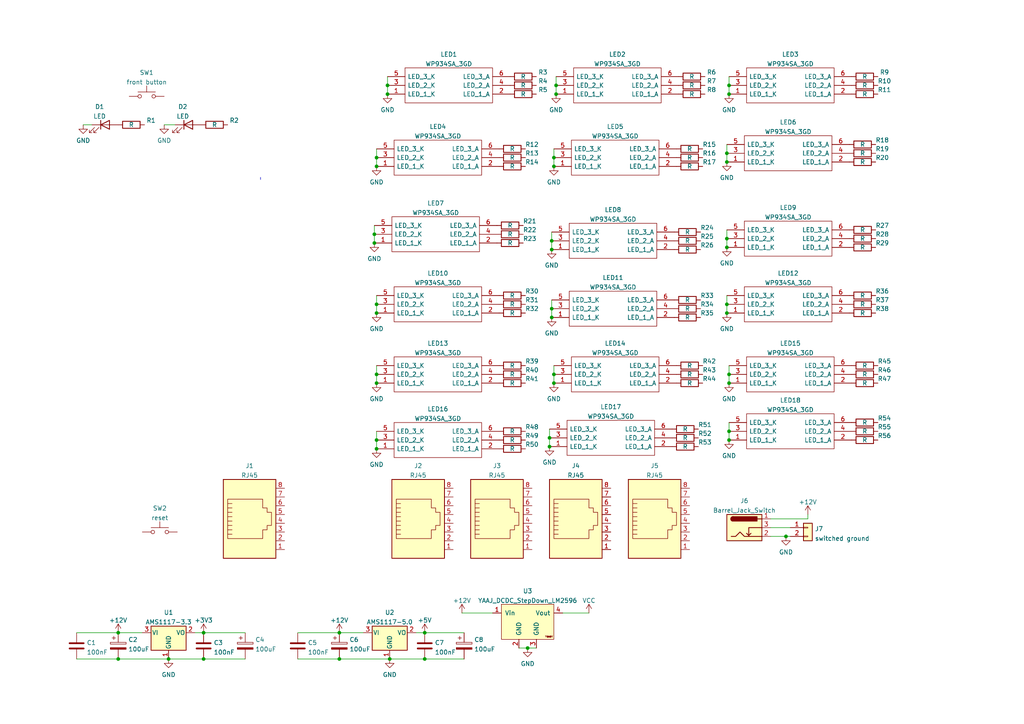
<source format=kicad_sch>
(kicad_sch (version 20211123) (generator eeschema)
  (paper "A4")
  (lib_symbols
    (symbol "Connector:Barrel_Jack_Switch" (pin_names hide)
      (property "Reference" "J" (at 0 5.334 0))
      (property "Value" "Barrel_Jack_Switch" (at 0 -5.08 0))
      (symbol "Barrel_Jack_Switch_0_1"
        (rectangle (start -5.08 3.81) (end 5.08 -3.81) (stroke (width 0.254)) (fill (type background)))
        (arc (start -3.302 3.175) (mid -3.937 2.54) (end -3.302 1.905) (stroke (width 0.254)))
        (arc (start -3.302 3.175) (mid -3.937 2.54) (end -3.302 1.905) (stroke (width 0.254)) (fill (type outline)))
        (polyline (pts (xy 1.27 -2.286) (xy 1.905 -1.651)) (stroke (width 0.254)))
        (polyline (pts (xy 5.08 2.54) (xy 3.81 2.54)) (stroke (width 0.254)))
        (polyline (pts (xy 5.08 0) (xy 1.27 0) (xy 1.27 -2.286) (xy 0.635 -1.651)) (stroke (width 0.254)))
        (polyline (pts (xy -3.81 -2.54) (xy -2.54 -2.54) (xy -1.27 -1.27) (xy 0 -2.54) (xy 2.54 -2.54) (xy 5.08 -2.54)) (stroke (width 0.254)))
        (rectangle (start 3.683 3.175) (end -3.302 1.905) (stroke (width 0.254)) (fill (type outline)))
      )
      (symbol "Barrel_Jack_Switch_1_1"
        (pin passive line (at 7.62 2.54 180) (length 2.54) (name "~") (number "1"))
        (pin passive line (at 7.62 -2.54 180) (length 2.54) (name "~") (number "2"))
        (pin passive line (at 7.62 0 180) (length 2.54) (name "~") (number "3"))
      )
    )
    (symbol "Connector:RJ45" (pin_names (offset 1.016))
      (property "Reference" "J" (at -5.08 13.97 0))
      (property "Value" "RJ45" (at 2.54 13.97 0))
      (symbol "RJ45_0_1"
        (polyline (pts (xy -5.08 4.445) (xy -6.35 4.445)))
        (polyline (pts (xy -5.08 5.715) (xy -6.35 5.715)))
        (polyline (pts (xy -6.35 -3.175) (xy -5.08 -3.175) (xy -5.08 -3.175)))
        (polyline (pts (xy -6.35 -1.905) (xy -5.08 -1.905) (xy -5.08 -1.905)))
        (polyline (pts (xy -6.35 -0.635) (xy -5.08 -0.635) (xy -5.08 -0.635)))
        (polyline (pts (xy -6.35 0.635) (xy -5.08 0.635) (xy -5.08 0.635)))
        (polyline (pts (xy -6.35 1.905) (xy -5.08 1.905) (xy -5.08 1.905)))
        (polyline (pts (xy -5.08 3.175) (xy -6.35 3.175) (xy -6.35 3.175)))
        (polyline (pts (xy -6.35 -4.445) (xy -6.35 6.985) (xy 3.81 6.985) (xy 3.81 4.445) (xy 5.08 4.445) (xy 5.08 3.175) (xy 6.35 3.175) (xy 6.35 -0.635) (xy 5.08 -0.635) (xy 5.08 -1.905) (xy 3.81 -1.905) (xy 3.81 -4.445) (xy -6.35 -4.445) (xy -6.35 -4.445)))
        (rectangle (start 7.62 12.7) (end -7.62 -10.16) (stroke (width 0.254)) (fill (type background)))
      )
      (symbol "RJ45_1_1"
        (pin passive line (at 10.16 -7.62 180) (length 2.54) (name "~") (number "1"))
        (pin passive line (at 10.16 -5.08 180) (length 2.54) (name "~") (number "2"))
        (pin passive line (at 10.16 -2.54 180) (length 2.54) (name "~") (number "3"))
        (pin passive line (at 10.16 0 180) (length 2.54) (name "~") (number "4"))
        (pin passive line (at 10.16 2.54 180) (length 2.54) (name "~") (number "5"))
        (pin passive line (at 10.16 5.08 180) (length 2.54) (name "~") (number "6"))
        (pin passive line (at 10.16 7.62 180) (length 2.54) (name "~") (number "7"))
        (pin passive line (at 10.16 10.16 180) (length 2.54) (name "~") (number "8"))
      )
    )
    (symbol "Connector_Generic:Conn_01x02" (pin_names (offset 1.016) hide)
      (property "Reference" "J" (at 0 2.54 0))
      (property "Value" "Conn_01x02" (at 0 -5.08 0))
      (symbol "Conn_01x02_1_1"
        (rectangle (start -1.27 -2.413) (end 0 -2.667) (stroke (width 0.1524)))
        (rectangle (start -1.27 0.127) (end 0 -0.127) (stroke (width 0.1524)))
        (rectangle (start -1.27 1.27) (end 1.27 -3.81) (stroke (width 0.254)) (fill (type background)))
        (pin passive line (at -5.08 0 0) (length 3.81) (name "Pin_1") (number "1"))
        (pin passive line (at -5.08 -2.54 0) (length 3.81) (name "Pin_2") (number "2"))
      )
    )
    (symbol "Device:C" (pin_numbers hide) (pin_names (offset 0.254))
      (property "Reference" "C" (at 0.635 2.54 0))
      (property "Value" "C" (at 0.635 -2.54 0))
      (symbol "C_0_1"
        (polyline (pts (xy -2.032 -0.762) (xy 2.032 -0.762)) (stroke (width 0.508)))
        (polyline (pts (xy -2.032 0.762) (xy 2.032 0.762)) (stroke (width 0.508)))
      )
      (symbol "C_1_1"
        (pin passive line (at 0 3.81 270) (length 2.794) (name "~") (number "1"))
        (pin passive line (at 0 -3.81 90) (length 2.794) (name "~") (number "2"))
      )
    )
    (symbol "Device:C_Polarized" (pin_numbers hide) (pin_names (offset 0.254))
      (property "Reference" "C" (at 0.635 2.54 0))
      (property "Value" "C_Polarized" (at 0.635 -2.54 0))
      (symbol "C_Polarized_0_1"
        (rectangle (start -2.286 0.508) (end 2.286 1.016))
        (polyline (pts (xy -1.778 2.286) (xy -0.762 2.286)))
        (polyline (pts (xy -1.27 2.794) (xy -1.27 1.778)))
        (rectangle (start 2.286 -0.508) (end -2.286 -1.016) (fill (type outline)))
      )
      (symbol "C_Polarized_1_1"
        (pin passive line (at 0 3.81 270) (length 2.794) (name "~") (number "1"))
        (pin passive line (at 0 -3.81 90) (length 2.794) (name "~") (number "2"))
      )
    )
    (symbol "Device:LED" (pin_numbers hide) (pin_names (offset 1.016) hide)
      (property "Reference" "D" (at 0 2.54 0))
      (property "Value" "LED" (at 0 -2.54 0))
      (symbol "LED_0_1"
        (polyline (pts (xy -1.27 -1.27) (xy -1.27 1.27)) (stroke (width 0.254)))
        (polyline (pts (xy -1.27 0) (xy 1.27 0)))
        (polyline (pts (xy 1.27 -1.27) (xy 1.27 1.27) (xy -1.27 0) (xy 1.27 -1.27)) (stroke (width 0.254)))
        (polyline (pts (xy -3.048 -0.762) (xy -4.572 -2.286) (xy -3.81 -2.286) (xy -4.572 -2.286) (xy -4.572 -1.524)))
        (polyline (pts (xy -1.778 -0.762) (xy -3.302 -2.286) (xy -2.54 -2.286) (xy -3.302 -2.286) (xy -3.302 -1.524)))
      )
      (symbol "LED_1_1"
        (pin passive line (at -3.81 0 0) (length 2.54) (name "K") (number "1"))
        (pin passive line (at 3.81 0 180) (length 2.54) (name "A") (number "2"))
      )
    )
    (symbol "Device:R" (pin_numbers hide) (pin_names (offset 0))
      (property "Reference" "R" (at 2.032 0 90))
      (property "Value" "R" (at 0 0 90))
      (symbol "R_0_1"
        (rectangle (start -1.016 -2.54) (end 1.016 2.54) (stroke (width 0.254)))
      )
      (symbol "R_1_1"
        (pin passive line (at 0 3.81 270) (length 1.27) (name "~") (number "1"))
        (pin passive line (at 0 -3.81 90) (length 1.27) (name "~") (number "2"))
      )
    )
    (symbol "Evan's misc parts:WP934SA_3GD" (pin_names (offset 0.762))
      (property "Reference" "LED" (at 31.75 7.62 0))
      (property "Value" "WP934SA_3GD" (at 31.75 5.08 0))
      (symbol "WP934SA_3GD_0_0"
        (pin passive line (at 0 -5.08 0) (length 5.08) (name "LED_1_K") (number "1"))
        (pin passive line (at 35.56 -5.08 180) (length 5.08) (name "LED_1_A") (number "2"))
        (pin passive line (at 0 -2.54 0) (length 5.08) (name "LED_2_K") (number "3"))
        (pin passive line (at 35.56 -2.54 180) (length 5.08) (name "LED_2_A") (number "4"))
        (pin passive line (at 0 0 0) (length 5.08) (name "LED_3_K") (number "5"))
        (pin passive line (at 35.56 0 180) (length 5.08) (name "LED_3_A") (number "6"))
      )
      (symbol "WP934SA_3GD_0_1"
        (polyline (pts (xy 5.08 2.54) (xy 30.48 2.54) (xy 30.48 -7.62) (xy 5.08 -7.62) (xy 5.08 2.54)) (stroke (width 0.1524)))
      )
    )
    (symbol "Evan's misc parts:YAAJ_DCDC_StepDown_LM2596" (pin_names (offset 1.016))
      (property "Reference" "U" (at -5.08 6.35 0))
      (property "Value" "YAAJ_DCDC_StepDown_LM2596" (at 0 11.43 0))
      (symbol "YAAJ_DCDC_StepDown_LM2596_0_1"
        (rectangle (start -7.62 5.08) (end 7.62 -5.08) (fill (type background)))
      )
      (symbol "YAAJ_DCDC_StepDown_LM2596_1_1"
        (text "Y@@V" (at 6.1976 -4.2672 0) (effects (font (size 0.508 0.508))))
        (pin power_in line (at -10.16 2.54 0) (length 2.54) (name "Vin") (number "1"))
        (pin power_in line (at -2.54 -7.62 90) (length 2.54) (name "GND") (number "2"))
        (pin power_in line (at 2.54 -7.62 90) (length 2.54) (name "GND") (number "3"))
        (pin power_out line (at 10.16 2.54 180) (length 2.54) (name "Vout") (number "4"))
      )
    )
    (symbol "Regulator_Linear:AMS1117-3.3" (pin_names (offset 0.254))
      (property "Reference" "U" (at -3.81 3.175 0))
      (property "Value" "AMS1117-3.3" (at 0 3.175 0))
      (symbol "AMS1117-3.3_0_1"
        (rectangle (start -5.08 -5.08) (end 5.08 1.905) (stroke (width 0.254)) (fill (type background)))
      )
      (symbol "AMS1117-3.3_1_1"
        (pin power_in line (at 0 -7.62 90) (length 2.54) (name "GND") (number "1"))
        (pin power_out line (at 7.62 0 180) (length 2.54) (name "VO") (number "2"))
        (pin power_in line (at -7.62 0 0) (length 2.54) (name "VI") (number "3"))
      )
    )
    (symbol "Regulator_Linear:AMS1117-5.0" (pin_names (offset 0.254))
      (property "Reference" "U" (at -3.81 3.175 0))
      (property "Value" "AMS1117-5.0" (at 0 3.175 0))
      (symbol "AMS1117-5.0_0_1"
        (rectangle (start -5.08 -5.08) (end 5.08 1.905) (stroke (width 0.254)) (fill (type background)))
      )
      (symbol "AMS1117-5.0_1_1"
        (pin power_in line (at 0 -7.62 90) (length 2.54) (name "GND") (number "1"))
        (pin power_out line (at 7.62 0 180) (length 2.54) (name "VO") (number "2"))
        (pin power_in line (at -7.62 0 0) (length 2.54) (name "VI") (number "3"))
      )
    )
    (symbol "Switch:SW_Push" (pin_numbers hide) (pin_names (offset 1.016) hide)
      (property "Reference" "SW" (at 1.27 2.54 0))
      (property "Value" "SW_Push" (at 0 -1.524 0))
      (symbol "SW_Push_0_1"
        (circle (center -2.032 0) (radius 0.508))
        (polyline (pts (xy 0 1.27) (xy 0 3.048)))
        (polyline (pts (xy 2.54 1.27) (xy -2.54 1.27)))
        (circle (center 2.032 0) (radius 0.508))
        (pin passive line (at -5.08 0 0) (length 2.54) (name "1") (number "1"))
        (pin passive line (at 5.08 0 180) (length 2.54) (name "2") (number "2"))
      )
    )
    (symbol "power:+12V" (power) (pin_names (offset 0))
      (property "Value" "+12V" (at 0 3.556 0))
      (symbol "+12V_0_1"
        (polyline (pts (xy -0.762 1.27) (xy 0 2.54)))
        (polyline (pts (xy 0 0) (xy 0 2.54)))
        (polyline (pts (xy 0 2.54) (xy 0.762 1.27)))
      )
      (symbol "+12V_1_1"
        (pin power_in line (at 0 0 90) (length 0) hide (name "+12V") (number "1"))
      )
    )
    (symbol "power:+3.3V" (power) (pin_names (offset 0))
      (property "Value" "+3.3V" (at 0 3.556 0))
      (symbol "+3.3V_0_1"
        (polyline (pts (xy -0.762 1.27) (xy 0 2.54)))
        (polyline (pts (xy 0 0) (xy 0 2.54)))
        (polyline (pts (xy 0 2.54) (xy 0.762 1.27)))
      )
      (symbol "+3.3V_1_1"
        (pin power_in line (at 0 0 90) (length 0) hide (name "+3V3") (number "1"))
      )
    )
    (symbol "power:+5V" (power) (pin_names (offset 0))
      (property "Value" "+5V" (at 0 3.556 0))
      (symbol "+5V_0_1"
        (polyline (pts (xy -0.762 1.27) (xy 0 2.54)))
        (polyline (pts (xy 0 0) (xy 0 2.54)))
        (polyline (pts (xy 0 2.54) (xy 0.762 1.27)))
      )
      (symbol "+5V_1_1"
        (pin power_in line (at 0 0 90) (length 0) hide (name "+5V") (number "1"))
      )
    )
    (symbol "power:GND" (power) (pin_names (offset 0))
      (property "Value" "GND" (at 0 -3.81 0))
      (symbol "GND_0_1"
        (polyline (pts (xy 0 0) (xy 0 -1.27) (xy 1.27 -1.27) (xy 0 -2.54) (xy -1.27 -1.27) (xy 0 -1.27)))
      )
      (symbol "GND_1_1"
        (pin power_in line (at 0 0 270) (length 0) hide (name "GND") (number "1"))
      )
    )
    (symbol "power:VCC" (power) (pin_names (offset 0))
      (property "Value" "VCC" (at 0 3.81 0))
      (symbol "VCC_0_1"
        (polyline (pts (xy -0.762 1.27) (xy 0 2.54)))
        (polyline (pts (xy 0 0) (xy 0 2.54)))
        (polyline (pts (xy 0 2.54) (xy 0.762 1.27)))
      )
      (symbol "VCC_1_1"
        (pin power_in line (at 0 0 90) (length 0) hide (name "VCC") (number "1"))
      )
    )
  )
  (junction (at 59.055 183.515))
  (junction (at 160.655 111.125))
  (junction (at 109.22 48.26))
  (junction (at 210.82 90.805))
  (junction (at 153.035 187.96))
  (junction (at 160.655 108.585))
  (junction (at 160.02 92.075))
  (junction (at 109.22 90.805))
  (junction (at 160.02 72.39))
  (junction (at 48.895 191.135))
  (junction (at 109.22 111.125))
  (junction (at 210.82 44.45))
  (junction (at 112.395 27.305))
  (junction (at 210.82 71.755))
  (junction (at 210.82 69.215))
  (junction (at 210.82 46.99))
  (junction (at 211.455 108.585))
  (junction (at 109.22 45.72))
  (junction (at 34.29 191.135))
  (junction (at 109.22 108.585))
  (junction (at 34.29 183.515))
  (junction (at 161.29 27.305))
  (junction (at 160.02 89.535))
  (junction (at 160.02 69.85))
  (junction (at 109.22 130.175))
  (junction (at 210.82 88.265))
  (junction (at 108.585 67.945))
  (junction (at 123.19 183.515))
  (junction (at 98.425 191.135))
  (junction (at 59.055 191.135))
  (junction (at 211.455 27.305))
  (junction (at 98.425 183.515))
  (junction (at 113.03 191.135))
  (junction (at 211.455 125.095))
  (junction (at 211.455 127.635))
  (junction (at 159.385 127))
  (junction (at 211.455 24.765))
  (junction (at 112.395 24.765))
  (junction (at 109.22 88.265))
  (junction (at 211.455 111.125))
  (junction (at 160.655 48.26))
  (junction (at 227.965 155.575))
  (junction (at 159.385 129.54))
  (junction (at 108.585 70.485))
  (junction (at 160.655 45.72))
  (junction (at 109.22 127.635))
  (junction (at 161.29 24.765))
  (junction (at 123.19 191.135))
  (wire (pts (xy 109.22 106.045) (xy 109.22 108.585)))
  (wire (pts (xy 210.82 85.725) (xy 210.82 88.265)))
  (wire (pts (xy 160.02 86.995) (xy 160.02 89.535)))
  (wire (pts (xy 24.13 36.195) (xy 26.67 36.195)))
  (wire (pts (xy 159.385 124.46) (xy 159.385 127)))
  (wire (pts (xy 229.235 155.575) (xy 227.965 155.575)))
  (wire (pts (xy 112.395 24.765) (xy 112.395 27.305)))
  (wire (pts (xy 160.655 45.72) (xy 160.655 48.26)))
  (wire (pts (xy 210.82 44.45) (xy 210.82 46.99)))
  (wire (pts (xy 59.055 183.515) (xy 71.12 183.515)))
  (wire (pts (xy 211.455 22.225) (xy 211.455 24.765)))
  (wire (pts (xy 160.02 89.535) (xy 160.02 92.075)))
  (wire (pts (xy 86.36 191.135) (xy 98.425 191.135)))
  (wire (pts (xy 161.29 22.225) (xy 161.29 24.765)))
  (wire (pts (xy 86.36 183.515) (xy 98.425 183.515)))
  (wire (pts (xy 109.22 85.725) (xy 109.22 88.265)))
  (wire (pts (xy 160.02 67.31) (xy 160.02 69.85)))
  (wire (pts (xy 47.625 36.195) (xy 50.8 36.195)))
  (polyline (pts (xy 75.565 52.07) (xy 75.565 51.435)))
  (wire (pts (xy 160.655 106.045) (xy 160.655 108.585)))
  (wire (pts (xy 108.585 67.945) (xy 108.585 70.485)))
  (wire (pts (xy 211.455 106.045) (xy 211.455 108.585)))
  (wire (pts (xy 48.895 191.135) (xy 59.055 191.135)))
  (wire (pts (xy 170.815 177.8) (xy 163.195 177.8)))
  (wire (pts (xy 108.585 65.405) (xy 108.585 67.945)))
  (wire (pts (xy 109.22 43.18) (xy 109.22 45.72)))
  (wire (pts (xy 211.455 108.585) (xy 211.455 111.125)))
  (wire (pts (xy 153.035 187.96) (xy 155.575 187.96)))
  (wire (pts (xy 34.29 183.515) (xy 41.275 183.515)))
  (wire (pts (xy 98.425 183.515) (xy 105.41 183.515)))
  (wire (pts (xy 113.03 191.135) (xy 123.19 191.135)))
  (wire (pts (xy 123.19 191.135) (xy 134.62 191.135)))
  (wire (pts (xy 210.82 88.265) (xy 210.82 90.805)))
  (wire (pts (xy 34.29 191.135) (xy 48.895 191.135)))
  (wire (pts (xy 22.225 183.515) (xy 34.29 183.515)))
  (wire (pts (xy 210.82 66.675) (xy 210.82 69.215)))
  (wire (pts (xy 109.22 127.635) (xy 109.22 130.175)))
  (wire (pts (xy 234.315 149.225) (xy 234.315 150.495)))
  (wire (pts (xy 56.515 183.515) (xy 59.055 183.515)))
  (wire (pts (xy 109.22 45.72) (xy 109.22 48.26)))
  (wire (pts (xy 223.52 150.495) (xy 234.315 150.495)))
  (wire (pts (xy 109.22 125.095) (xy 109.22 127.635)))
  (wire (pts (xy 229.235 153.035) (xy 223.52 153.035)))
  (wire (pts (xy 161.29 24.765) (xy 161.29 27.305)))
  (wire (pts (xy 59.055 191.135) (xy 71.12 191.135)))
  (wire (pts (xy 112.395 22.225) (xy 112.395 24.765)))
  (wire (pts (xy 133.985 177.8) (xy 142.875 177.8)))
  (wire (pts (xy 109.22 88.265) (xy 109.22 90.805)))
  (wire (pts (xy 123.19 183.515) (xy 134.62 183.515)))
  (wire (pts (xy 210.82 41.91) (xy 210.82 44.45)))
  (wire (pts (xy 22.225 191.135) (xy 34.29 191.135)))
  (wire (pts (xy 211.455 125.095) (xy 211.455 127.635)))
  (wire (pts (xy 153.035 187.96) (xy 150.495 187.96)))
  (wire (pts (xy 98.425 191.135) (xy 113.03 191.135)))
  (wire (pts (xy 210.82 69.215) (xy 210.82 71.755)))
  (wire (pts (xy 159.385 127) (xy 159.385 129.54)))
  (wire (pts (xy 211.455 122.555) (xy 211.455 125.095)))
  (wire (pts (xy 109.22 108.585) (xy 109.22 111.125)))
  (wire (pts (xy 120.65 183.515) (xy 123.19 183.515)))
  (wire (pts (xy 211.455 24.765) (xy 211.455 27.305)))
  (wire (pts (xy 227.965 155.575) (xy 223.52 155.575)))
  (wire (pts (xy 160.02 69.85) (xy 160.02 72.39)))
  (wire (pts (xy 160.655 43.18) (xy 160.655 45.72)))
  (wire (pts (xy 160.655 108.585) (xy 160.655 111.125)))
  (symbol (lib_id "Evan's misc parts:WP934SA_3GD") (at 211.455 122.555 0) (unit 1)
    (property "Reference" "LED18" (at 229.235 116.0993 0))
    (property "Value" "WP934SA_3GD" (at 229.235 118.8744 0))
    (property "Footprint" "Evan's misc parts:WP934SA3ID" (effects hide))
    (property "Datasheet" "https://www.kingbrightusa.com/images/catalog/SPEC/WP934SA-3GD.pdf" (effects hide))
    (property "Description" "Kingbright WP934SA/3GD, Green Right Angle PCB LED Indicator, 3 LEDs 3mm (T-1), PCB Mount" (effects hide))
    (property "Height" "15.49" (effects hide))
    (property "Mouser Part Number" "604-WP934SA3GD" (effects hide))
    (property "Mouser Price/Stock" "https://www.mouser.co.uk/ProductDetail/Kingbright/WP934SA-3GD?qs=58z0TXQGVSQQiZBXtZ%2FRVw%3D%3D" (effects hide))
    (property "Manufacturer_Name" "Kingbright" (effects hide))
    (property "Manufacturer_Part_Number" "WP934SA/3GD" (effects hide))
  )
  (symbol (lib_id "Device:R") (at 147.955 65.405 90) (unit 1)
    (property "Reference" "R21" (at 153.67 64.135 90))
    (property "Value" "R" (at 147.955 65.405 90))
    (property "Footprint" "Resistor_SMD:R_0603_1608Metric" (effects hide))
  )
  (symbol (lib_id "Device:R") (at 200.025 108.585 90) (unit 1)
    (property "Reference" "R43" (at 205.74 107.315 90))
    (property "Value" "R" (at 200.025 108.585 90))
    (property "Footprint" "Resistor_SMD:R_0603_1608Metric" (effects hide))
  )
  (symbol (lib_id "Connector:RJ45") (at 144.145 151.765 0) (unit 1)
    (property "Reference" "J3" (at 144.145 135.0985 0))
    (property "Value" "RJ45" (at 144.145 137.8736 0))
    (property "Footprint" "Connector_RJ:RJ45_Amphenol_54602-x08_Horizontal" (effects hide))
  )
  (symbol (lib_id "power:GND") (at 112.395 27.305 0) (unit 1)
    (property "Reference" "#PWR02" (effects hide))
    (property "Value" "GND" (at 112.395 31.8675 0))
  )
  (symbol (lib_id "power:GND") (at 47.625 36.195 0) (unit 1)
    (property "Reference" "#PWR04" (effects hide))
    (property "Value" "GND" (at 47.625 40.7575 0))
  )
  (symbol (lib_id "Device:R") (at 250.19 85.725 90) (unit 1)
    (property "Reference" "R36" (at 255.905 84.455 90))
    (property "Value" "R" (at 250.19 85.725 90))
    (property "Footprint" "Resistor_SMD:R_0603_1608Metric" (effects hide))
  )
  (symbol (lib_id "Evan's misc parts:WP934SA_3GD") (at 210.82 41.91 0) (unit 1)
    (property "Reference" "LED6" (at 228.6 35.4543 0))
    (property "Value" "WP934SA_3GD" (at 228.6 38.2294 0))
    (property "Footprint" "Evan's misc parts:WP934SA3ID" (effects hide))
    (property "Datasheet" "https://www.kingbrightusa.com/images/catalog/SPEC/WP934SA-3GD.pdf" (effects hide))
    (property "Description" "Kingbright WP934SA/3GD, Green Right Angle PCB LED Indicator, 3 LEDs 3mm (T-1), PCB Mount" (effects hide))
    (property "Height" "15.49" (effects hide))
    (property "Mouser Part Number" "604-WP934SA3GD" (effects hide))
    (property "Mouser Price/Stock" "https://www.mouser.co.uk/ProductDetail/Kingbright/WP934SA-3GD?qs=58z0TXQGVSQQiZBXtZ%2FRVw%3D%3D" (effects hide))
    (property "Manufacturer_Name" "Kingbright" (effects hide))
    (property "Manufacturer_Part_Number" "WP934SA/3GD" (effects hide))
  )
  (symbol (lib_id "Device:R") (at 62.23 36.195 90) (unit 1)
    (property "Reference" "R2" (at 67.945 34.925 90))
    (property "Value" "R" (at 62.23 36.195 90))
    (property "Footprint" "Resistor_SMD:R_0603_1608Metric" (effects hide))
  )
  (symbol (lib_id "Device:R") (at 250.19 88.265 90) (unit 1)
    (property "Reference" "R37" (at 255.905 86.995 90))
    (property "Value" "R" (at 250.19 88.265 90))
    (property "Footprint" "Resistor_SMD:R_0603_1608Metric" (effects hide))
  )
  (symbol (lib_id "Evan's misc parts:WP934SA_3GD") (at 211.455 22.225 0) (unit 1)
    (property "Reference" "LED3" (at 229.235 15.7693 0))
    (property "Value" "WP934SA_3GD" (at 229.235 18.5444 0))
    (property "Footprint" "Evan's misc parts:WP934SA3ID" (effects hide))
    (property "Datasheet" "https://www.kingbrightusa.com/images/catalog/SPEC/WP934SA-3GD.pdf" (effects hide))
    (property "Description" "Kingbright WP934SA/3GD, Green Right Angle PCB LED Indicator, 3 LEDs 3mm (T-1), PCB Mount" (effects hide))
    (property "Height" "15.49" (effects hide))
    (property "Mouser Part Number" "604-WP934SA3GD" (effects hide))
    (property "Mouser Price/Stock" "https://www.mouser.co.uk/ProductDetail/Kingbright/WP934SA-3GD?qs=58z0TXQGVSQQiZBXtZ%2FRVw%3D%3D" (effects hide))
    (property "Manufacturer_Name" "Kingbright" (effects hide))
    (property "Manufacturer_Part_Number" "WP934SA/3GD" (effects hide))
  )
  (symbol (lib_id "Device:R") (at 148.59 127.635 90) (unit 1)
    (property "Reference" "R49" (at 154.305 126.365 90))
    (property "Value" "R" (at 148.59 127.635 90))
    (property "Footprint" "Resistor_SMD:R_0603_1608Metric" (effects hide))
  )
  (symbol (lib_id "power:GND") (at 109.22 90.805 0) (unit 1)
    (property "Reference" "#PWR021" (effects hide))
    (property "Value" "GND" (at 109.22 95.3675 0))
  )
  (symbol (lib_id "Device:R") (at 250.825 125.095 90) (unit 1)
    (property "Reference" "R55" (at 256.54 123.825 90))
    (property "Value" "R" (at 250.825 125.095 90))
    (property "Footprint" "Resistor_SMD:R_0603_1608Metric" (effects hide))
  )
  (symbol (lib_id "Device:R") (at 250.825 127.635 90) (unit 1)
    (property "Reference" "R56" (at 256.54 126.365 90))
    (property "Value" "R" (at 250.825 127.635 90))
    (property "Footprint" "Resistor_SMD:R_0603_1608Metric" (effects hide))
  )
  (symbol (lib_id "Device:R") (at 199.39 89.535 90) (unit 1)
    (property "Reference" "R34" (at 205.105 88.265 90))
    (property "Value" "R" (at 199.39 89.535 90))
    (property "Footprint" "Resistor_SMD:R_0603_1608Metric" (effects hide))
  )
  (symbol (lib_id "Device:R") (at 148.59 43.18 90) (unit 1)
    (property "Reference" "R12" (at 154.305 41.91 90))
    (property "Value" "R" (at 148.59 43.18 90))
    (property "Footprint" "Resistor_SMD:R_0603_1608Metric" (effects hide))
  )
  (symbol (lib_id "Device:R") (at 199.39 92.075 90) (unit 1)
    (property "Reference" "R35" (at 205.105 90.805 90))
    (property "Value" "R" (at 199.39 92.075 90))
    (property "Footprint" "Resistor_SMD:R_0603_1608Metric" (effects hide))
  )
  (symbol (lib_id "Evan's misc parts:WP934SA_3GD") (at 160.655 106.045 0) (unit 1)
    (property "Reference" "LED14" (at 178.435 99.5893 0))
    (property "Value" "WP934SA_3GD" (at 178.435 102.3644 0))
    (property "Footprint" "Evan's misc parts:WP934SA3ID" (effects hide))
    (property "Datasheet" "https://www.kingbrightusa.com/images/catalog/SPEC/WP934SA-3GD.pdf" (effects hide))
    (property "Description" "Kingbright WP934SA/3GD, Green Right Angle PCB LED Indicator, 3 LEDs 3mm (T-1), PCB Mount" (effects hide))
    (property "Height" "15.49" (effects hide))
    (property "Mouser Part Number" "604-WP934SA3GD" (effects hide))
    (property "Mouser Price/Stock" "https://www.mouser.co.uk/ProductDetail/Kingbright/WP934SA-3GD?qs=58z0TXQGVSQQiZBXtZ%2FRVw%3D%3D" (effects hide))
    (property "Manufacturer_Name" "Kingbright" (effects hide))
    (property "Manufacturer_Part_Number" "WP934SA/3GD" (effects hide))
  )
  (symbol (lib_id "power:GND") (at 160.02 72.39 0) (unit 1)
    (property "Reference" "#PWR019" (effects hide))
    (property "Value" "GND" (at 160.02 76.9525 0))
  )
  (symbol (lib_id "Device:R") (at 148.59 111.125 90) (unit 1)
    (property "Reference" "R41" (at 154.305 109.855 90))
    (property "Value" "R" (at 148.59 111.125 90))
    (property "Footprint" "Resistor_SMD:R_0603_1608Metric" (effects hide))
  )
  (symbol (lib_id "Device:R") (at 148.59 45.72 90) (unit 1)
    (property "Reference" "R13" (at 154.305 44.45 90))
    (property "Value" "R" (at 148.59 45.72 90))
    (property "Footprint" "Resistor_SMD:R_0603_1608Metric" (effects hide))
  )
  (symbol (lib_id "Device:R") (at 199.39 67.31 90) (unit 1)
    (property "Reference" "R24" (at 205.105 66.04 90))
    (property "Value" "R" (at 199.39 67.31 90))
    (property "Footprint" "Resistor_SMD:R_0603_1608Metric" (effects hide))
  )
  (symbol (lib_id "Device:R") (at 148.59 85.725 90) (unit 1)
    (property "Reference" "R30" (at 154.305 84.455 90))
    (property "Value" "R" (at 148.59 85.725 90))
    (property "Footprint" "Resistor_SMD:R_0603_1608Metric" (effects hide))
  )
  (symbol (lib_id "power:GND") (at 153.035 187.96 0) (unit 1)
    (property "Reference" "#PWR017" (effects hide))
    (property "Value" "GND" (at 153.035 192.5225 0))
  )
  (symbol (lib_id "Device:R") (at 148.59 90.805 90) (unit 1)
    (property "Reference" "R32" (at 154.305 89.535 90))
    (property "Value" "R" (at 148.59 90.805 90))
    (property "Footprint" "Resistor_SMD:R_0603_1608Metric" (effects hide))
  )
  (symbol (lib_id "power:GND") (at 210.82 71.755 0) (unit 1)
    (property "Reference" "#PWR020" (effects hide))
    (property "Value" "GND" (at 210.82 76.3175 0))
  )
  (symbol (lib_id "Connector:RJ45") (at 189.865 151.765 0) (unit 1)
    (property "Reference" "J5" (at 189.865 135.0985 0))
    (property "Value" "RJ45" (at 189.865 137.8736 0))
    (property "Footprint" "Connector_RJ:RJ45_Amphenol_54602-x08_Horizontal" (effects hide))
  )
  (symbol (lib_id "Device:R") (at 200.66 24.765 90) (unit 1)
    (property "Reference" "R7" (at 206.375 23.495 90))
    (property "Value" "R" (at 200.66 24.765 90))
    (property "Footprint" "Resistor_SMD:R_0603_1608Metric" (effects hide))
  )
  (symbol (lib_id "power:GND") (at 227.965 155.575 0) (unit 1)
    (property "Reference" "#PWR025" (effects hide))
    (property "Value" "GND" (at 227.965 160.1375 0))
  )
  (symbol (lib_id "Device:R") (at 151.765 24.765 90) (unit 1)
    (property "Reference" "R4" (at 157.48 23.495 90))
    (property "Value" "R" (at 151.765 24.765 90))
    (property "Footprint" "Resistor_SMD:R_0603_1608Metric" (effects hide))
  )
  (symbol (lib_id "power:+3.3V") (at 59.055 183.515 0) (unit 1)
    (property "Reference" "#PWR06" (effects hide))
    (property "Value" "+3.3V" (at 59.055 179.9105 0))
  )
  (symbol (lib_id "Evan's misc parts:WP934SA_3GD") (at 109.22 106.045 0) (unit 1)
    (property "Reference" "LED13" (at 127 99.5893 0))
    (property "Value" "WP934SA_3GD" (at 127 102.3644 0))
    (property "Footprint" "Evan's misc parts:WP934SA3ID" (effects hide))
    (property "Datasheet" "https://www.kingbrightusa.com/images/catalog/SPEC/WP934SA-3GD.pdf" (effects hide))
    (property "Description" "Kingbright WP934SA/3GD, Green Right Angle PCB LED Indicator, 3 LEDs 3mm (T-1), PCB Mount" (effects hide))
    (property "Height" "15.49" (effects hide))
    (property "Mouser Part Number" "604-WP934SA3GD" (effects hide))
    (property "Mouser Price/Stock" "https://www.mouser.co.uk/ProductDetail/Kingbright/WP934SA-3GD?qs=58z0TXQGVSQQiZBXtZ%2FRVw%3D%3D" (effects hide))
    (property "Manufacturer_Name" "Kingbright" (effects hide))
    (property "Manufacturer_Part_Number" "WP934SA/3GD" (effects hide))
  )
  (symbol (lib_id "Device:R") (at 250.19 69.215 90) (unit 1)
    (property "Reference" "R28" (at 255.905 67.945 90))
    (property "Value" "R" (at 250.19 69.215 90))
    (property "Footprint" "Resistor_SMD:R_0603_1608Metric" (effects hide))
  )
  (symbol (lib_id "Device:R") (at 200.025 45.72 90) (unit 1)
    (property "Reference" "R16" (at 205.74 44.45 90))
    (property "Value" "R" (at 200.025 45.72 90))
    (property "Footprint" "Resistor_SMD:R_0603_1608Metric" (effects hide))
  )
  (symbol (lib_id "Evan's misc parts:WP934SA_3GD") (at 112.395 22.225 0) (unit 1)
    (property "Reference" "LED1" (at 130.175 15.7693 0))
    (property "Value" "WP934SA_3GD" (at 130.175 18.5444 0))
    (property "Footprint" "Evan's misc parts:WP934SA3ID" (effects hide))
    (property "Datasheet" "https://www.kingbrightusa.com/images/catalog/SPEC/WP934SA-3GD.pdf" (effects hide))
    (property "Description" "Kingbright WP934SA/3GD, Green Right Angle PCB LED Indicator, 3 LEDs 3mm (T-1), PCB Mount" (effects hide))
    (property "Height" "15.49" (effects hide))
    (property "Mouser Part Number" "604-WP934SA3GD" (effects hide))
    (property "Mouser Price/Stock" "https://www.mouser.co.uk/ProductDetail/Kingbright/WP934SA-3GD?qs=58z0TXQGVSQQiZBXtZ%2FRVw%3D%3D" (effects hide))
    (property "Manufacturer_Name" "Kingbright" (effects hide))
    (property "Manufacturer_Part_Number" "WP934SA/3GD" (effects hide))
  )
  (symbol (lib_id "power:GND") (at 108.585 70.485 0) (unit 1)
    (property "Reference" "#PWR015" (effects hide))
    (property "Value" "GND" (at 108.585 75.0475 0))
  )
  (symbol (lib_id "power:GND") (at 113.03 191.135 0) (unit 1)
    (property "Reference" "#PWR08" (effects hide))
    (property "Value" "GND" (at 113.03 195.6975 0))
  )
  (symbol (lib_id "Device:R") (at 148.59 130.175 90) (unit 1)
    (property "Reference" "R50" (at 154.305 128.905 90))
    (property "Value" "R" (at 148.59 130.175 90))
    (property "Footprint" "Resistor_SMD:R_0603_1608Metric" (effects hide))
  )
  (symbol (lib_id "Evan's misc parts:WP934SA_3GD") (at 210.82 66.675 0) (unit 1)
    (property "Reference" "LED9" (at 228.6 60.2193 0))
    (property "Value" "WP934SA_3GD" (at 228.6 62.9944 0))
    (property "Footprint" "Evan's misc parts:WP934SA3ID" (effects hide))
    (property "Datasheet" "https://www.kingbrightusa.com/images/catalog/SPEC/WP934SA-3GD.pdf" (effects hide))
    (property "Description" "Kingbright WP934SA/3GD, Green Right Angle PCB LED Indicator, 3 LEDs 3mm (T-1), PCB Mount" (effects hide))
    (property "Height" "15.49" (effects hide))
    (property "Mouser Part Number" "604-WP934SA3GD" (effects hide))
    (property "Mouser Price/Stock" "https://www.mouser.co.uk/ProductDetail/Kingbright/WP934SA-3GD?qs=58z0TXQGVSQQiZBXtZ%2FRVw%3D%3D" (effects hide))
    (property "Manufacturer_Name" "Kingbright" (effects hide))
    (property "Manufacturer_Part_Number" "WP934SA/3GD" (effects hide))
  )
  (symbol (lib_id "power:GND") (at 211.455 27.305 0) (unit 1)
    (property "Reference" "#PWR011" (effects hide))
    (property "Value" "GND" (at 211.455 31.8675 0))
  )
  (symbol (lib_id "Evan's misc parts:WP934SA_3GD") (at 109.22 125.095 0) (unit 1)
    (property "Reference" "LED16" (at 127 118.6393 0))
    (property "Value" "WP934SA_3GD" (at 127 121.4144 0))
    (property "Footprint" "Evan's misc parts:WP934SA3ID" (effects hide))
    (property "Datasheet" "https://www.kingbrightusa.com/images/catalog/SPEC/WP934SA-3GD.pdf" (effects hide))
    (property "Description" "Kingbright WP934SA/3GD, Green Right Angle PCB LED Indicator, 3 LEDs 3mm (T-1), PCB Mount" (effects hide))
    (property "Height" "15.49" (effects hide))
    (property "Mouser Part Number" "604-WP934SA3GD" (effects hide))
    (property "Mouser Price/Stock" "https://www.mouser.co.uk/ProductDetail/Kingbright/WP934SA-3GD?qs=58z0TXQGVSQQiZBXtZ%2FRVw%3D%3D" (effects hide))
    (property "Manufacturer_Name" "Kingbright" (effects hide))
    (property "Manufacturer_Part_Number" "WP934SA/3GD" (effects hide))
  )
  (symbol (lib_id "power:GND") (at 160.655 48.26 0) (unit 1)
    (property "Reference" "#PWR013" (effects hide))
    (property "Value" "GND" (at 160.655 52.8225 0))
  )
  (symbol (lib_id "Connector:RJ45") (at 72.39 151.765 0) (unit 1)
    (property "Reference" "J1" (at 72.39 135.0985 0))
    (property "Value" "RJ45" (at 72.39 137.8736 0))
    (property "Footprint" "Connector_RJ:RJ45_Amphenol_54602-x08_Horizontal" (effects hide))
  )
  (symbol (lib_id "Device:R") (at 250.825 122.555 90) (unit 1)
    (property "Reference" "R54" (at 256.54 121.285 90))
    (property "Value" "R" (at 250.825 122.555 90))
    (property "Footprint" "Resistor_SMD:R_0603_1608Metric" (effects hide))
  )
  (symbol (lib_id "Device:R") (at 38.1 36.195 90) (unit 1)
    (property "Reference" "R1" (at 43.815 34.925 90))
    (property "Value" "R" (at 38.1 36.195 90))
    (property "Footprint" "Resistor_SMD:R_0603_1608Metric" (effects hide))
  )
  (symbol (lib_id "Device:R") (at 147.955 67.945 90) (unit 1)
    (property "Reference" "R22" (at 153.67 66.675 90))
    (property "Value" "R" (at 147.955 67.945 90))
    (property "Footprint" "Resistor_SMD:R_0603_1608Metric" (effects hide))
  )
  (symbol (lib_id "power:GND") (at 24.13 36.195 0) (unit 1)
    (property "Reference" "#PWR01" (effects hide))
    (property "Value" "GND" (at 24.13 40.7575 0))
  )
  (symbol (lib_id "power:VCC") (at 170.815 177.8 0) (unit 1)
    (property "Reference" "#PWR018" (effects hide))
    (property "Value" "VCC" (at 170.815 174.1955 0))
  )
  (symbol (lib_id "Device:C_Polarized") (at 34.29 187.325 0) (unit 1)
    (property "Reference" "C2" (at 37.211 185.5275 0) (effects (justify left)))
    (property "Value" "100uF" (at 37.211 188.3026 0) (effects (justify left)))
    (property "Footprint" "Capacitor_THT:CP_Radial_D5.0mm_P2.00mm" (effects hide))
  )
  (symbol (lib_id "Device:R") (at 148.59 108.585 90) (unit 1)
    (property "Reference" "R40" (at 154.305 107.315 90))
    (property "Value" "R" (at 148.59 108.585 90))
    (property "Footprint" "Resistor_SMD:R_0603_1608Metric" (effects hide))
  )
  (symbol (lib_id "Device:R") (at 250.825 22.225 90) (unit 1)
    (property "Reference" "R9" (at 256.54 20.955 90))
    (property "Value" "R" (at 250.825 22.225 90))
    (property "Footprint" "Resistor_SMD:R_0603_1608Metric" (effects hide))
  )
  (symbol (lib_id "Device:C_Polarized") (at 98.425 187.325 0) (unit 1)
    (property "Reference" "C6" (at 101.346 185.5275 0) (effects (justify left)))
    (property "Value" "100uF" (at 101.346 188.3026 0) (effects (justify left)))
    (property "Footprint" "Capacitor_THT:CP_Radial_D5.0mm_P2.00mm" (effects hide))
  )
  (symbol (lib_id "Device:R") (at 250.825 27.305 90) (unit 1)
    (property "Reference" "R11" (at 256.54 26.035 90))
    (property "Value" "R" (at 250.825 27.305 90))
    (property "Footprint" "Resistor_SMD:R_0603_1608Metric" (effects hide))
  )
  (symbol (lib_id "Device:R") (at 250.19 66.675 90) (unit 1)
    (property "Reference" "R27" (at 255.905 65.405 90))
    (property "Value" "R" (at 250.19 66.675 90))
    (property "Footprint" "Resistor_SMD:R_0603_1608Metric" (effects hide))
  )
  (symbol (lib_id "Device:R") (at 200.025 106.045 90) (unit 1)
    (property "Reference" "R42" (at 205.74 104.775 90))
    (property "Value" "R" (at 200.025 106.045 90))
    (property "Footprint" "Resistor_SMD:R_0603_1608Metric" (effects hide))
  )
  (symbol (lib_id "power:GND") (at 161.29 27.305 0) (unit 1)
    (property "Reference" "#PWR010" (effects hide))
    (property "Value" "GND" (at 161.29 31.8675 0))
  )
  (symbol (lib_id "Connector:RJ45") (at 167.005 151.765 0) (unit 1)
    (property "Reference" "J4" (at 167.005 135.0985 0))
    (property "Value" "RJ45" (at 167.005 137.8736 0))
    (property "Footprint" "Connector_RJ:RJ45_Amphenol_54602-x08_Horizontal" (effects hide))
  )
  (symbol (lib_id "Device:R") (at 250.19 46.99 90) (unit 1)
    (property "Reference" "R20" (at 255.905 45.72 90))
    (property "Value" "R" (at 250.19 46.99 90))
    (property "Footprint" "Resistor_SMD:R_0603_1608Metric" (effects hide))
  )
  (symbol (lib_id "Device:R") (at 151.765 27.305 90) (unit 1)
    (property "Reference" "R5" (at 157.48 26.035 90))
    (property "Value" "R" (at 151.765 27.305 90))
    (property "Footprint" "Resistor_SMD:R_0603_1608Metric" (effects hide))
  )
  (symbol (lib_id "Evan's misc parts:WP934SA_3GD") (at 109.22 43.18 0) (unit 1)
    (property "Reference" "LED4" (at 127 36.7243 0))
    (property "Value" "WP934SA_3GD" (at 127 39.4994 0))
    (property "Footprint" "Evan's misc parts:WP934SA3ID" (effects hide))
    (property "Datasheet" "https://www.kingbrightusa.com/images/catalog/SPEC/WP934SA-3GD.pdf" (effects hide))
    (property "Description" "Kingbright WP934SA/3GD, Green Right Angle PCB LED Indicator, 3 LEDs 3mm (T-1), PCB Mount" (effects hide))
    (property "Height" "15.49" (effects hide))
    (property "Mouser Part Number" "604-WP934SA3GD" (effects hide))
    (property "Mouser Price/Stock" "https://www.mouser.co.uk/ProductDetail/Kingbright/WP934SA-3GD?qs=58z0TXQGVSQQiZBXtZ%2FRVw%3D%3D" (effects hide))
    (property "Manufacturer_Name" "Kingbright" (effects hide))
    (property "Manufacturer_Part_Number" "WP934SA/3GD" (effects hide))
  )
  (symbol (lib_id "Device:R") (at 200.025 48.26 90) (unit 1)
    (property "Reference" "R17" (at 205.74 46.99 90))
    (property "Value" "R" (at 200.025 48.26 90))
    (property "Footprint" "Resistor_SMD:R_0603_1608Metric" (effects hide))
  )
  (symbol (lib_id "Device:LED") (at 54.61 36.195 0) (unit 1)
    (property "Reference" "D2" (at 53.0225 30.9585 0))
    (property "Value" "LED" (at 53.0225 33.7336 0))
    (property "Footprint" "LED_SMD:LED_0603_1608Metric" (effects hide))
  )
  (symbol (lib_id "Device:R") (at 250.825 24.765 90) (unit 1)
    (property "Reference" "R10" (at 256.54 23.495 90))
    (property "Value" "R" (at 250.825 24.765 90))
    (property "Footprint" "Resistor_SMD:R_0603_1608Metric" (effects hide))
  )
  (symbol (lib_id "Device:R") (at 147.955 70.485 90) (unit 1)
    (property "Reference" "R23" (at 153.67 69.215 90))
    (property "Value" "R" (at 147.955 70.485 90))
    (property "Footprint" "Resistor_SMD:R_0603_1608Metric" (effects hide))
  )
  (symbol (lib_id "power:GND") (at 109.22 130.175 0) (unit 1)
    (property "Reference" "#PWR029" (effects hide))
    (property "Value" "GND" (at 109.22 134.7375 0))
  )
  (symbol (lib_id "Device:C_Polarized") (at 71.12 187.325 0) (unit 1)
    (property "Reference" "C4" (at 74.041 185.5275 0) (effects (justify left)))
    (property "Value" "100uF" (at 74.041 188.3026 0) (effects (justify left)))
    (property "Footprint" "Capacitor_THT:CP_Radial_D5.0mm_P2.00mm" (effects hide))
  )
  (symbol (lib_id "power:+5V") (at 123.19 183.515 0) (unit 1)
    (property "Reference" "#PWR09" (effects hide))
    (property "Value" "+5V" (at 123.19 179.9105 0))
  )
  (symbol (lib_id "Device:C") (at 22.225 187.325 0) (unit 1)
    (property "Reference" "C1" (at 25.146 186.4165 0) (effects (justify left)))
    (property "Value" "100nF" (at 25.146 189.1916 0) (effects (justify left)))
    (property "Footprint" "Capacitor_SMD:C_0603_1608Metric" (effects hide))
  )
  (symbol (lib_id "Connector:Barrel_Jack_Switch") (at 215.9 153.035 0) (unit 1)
    (property "Reference" "J6" (at 215.9 145.2585 0))
    (property "Value" "Barrel_Jack_Switch" (at 215.9 148.0336 0))
    (property "Footprint" "Connector_BarrelJack:BarrelJack_Wuerth_6941xx301002" (effects hide))
  )
  (symbol (lib_id "Device:R") (at 198.755 129.54 90) (unit 1)
    (property "Reference" "R53" (at 204.47 128.27 90))
    (property "Value" "R" (at 198.755 129.54 90))
    (property "Footprint" "Resistor_SMD:R_0603_1608Metric" (effects hide))
  )
  (symbol (lib_id "Device:R") (at 199.39 86.995 90) (unit 1)
    (property "Reference" "R33" (at 205.105 85.725 90))
    (property "Value" "R" (at 199.39 86.995 90))
    (property "Footprint" "Resistor_SMD:R_0603_1608Metric" (effects hide))
  )
  (symbol (lib_id "power:+12V") (at 34.29 183.515 0) (unit 1)
    (property "Reference" "#PWR03" (effects hide))
    (property "Value" "+12V" (at 34.29 179.9105 0))
  )
  (symbol (lib_id "Connector:RJ45") (at 121.285 151.765 0) (unit 1)
    (property "Reference" "J2" (at 121.285 135.0985 0))
    (property "Value" "RJ45" (at 121.285 137.8736 0))
    (property "Footprint" "Connector_RJ:RJ45_Amphenol_54602-x08_Horizontal" (effects hide))
  )
  (symbol (lib_id "Device:R") (at 250.825 111.125 90) (unit 1)
    (property "Reference" "R47" (at 256.54 109.855 90))
    (property "Value" "R" (at 250.825 111.125 90))
    (property "Footprint" "Resistor_SMD:R_0603_1608Metric" (effects hide))
  )
  (symbol (lib_id "Evan's misc parts:WP934SA_3GD") (at 159.385 124.46 0) (unit 1)
    (property "Reference" "LED17" (at 177.165 118.0043 0))
    (property "Value" "WP934SA_3GD" (at 177.165 120.7794 0))
    (property "Footprint" "Evan's misc parts:WP934SA3ID" (effects hide))
    (property "Datasheet" "https://www.kingbrightusa.com/images/catalog/SPEC/WP934SA-3GD.pdf" (effects hide))
    (property "Description" "Kingbright WP934SA/3GD, Green Right Angle PCB LED Indicator, 3 LEDs 3mm (T-1), PCB Mount" (effects hide))
    (property "Height" "15.49" (effects hide))
    (property "Mouser Part Number" "604-WP934SA3GD" (effects hide))
    (property "Mouser Price/Stock" "https://www.mouser.co.uk/ProductDetail/Kingbright/WP934SA-3GD?qs=58z0TXQGVSQQiZBXtZ%2FRVw%3D%3D" (effects hide))
    (property "Manufacturer_Name" "Kingbright" (effects hide))
    (property "Manufacturer_Part_Number" "WP934SA/3GD" (effects hide))
  )
  (symbol (lib_id "Device:R") (at 250.825 108.585 90) (unit 1)
    (property "Reference" "R46" (at 256.54 107.315 90))
    (property "Value" "R" (at 250.825 108.585 90))
    (property "Footprint" "Resistor_SMD:R_0603_1608Metric" (effects hide))
  )
  (symbol (lib_id "Device:R") (at 200.025 43.18 90) (unit 1)
    (property "Reference" "R15" (at 205.74 41.91 90))
    (property "Value" "R" (at 200.025 43.18 90))
    (property "Footprint" "Resistor_SMD:R_0603_1608Metric" (effects hide))
  )
  (symbol (lib_id "Device:LED") (at 30.48 36.195 0) (unit 1)
    (property "Reference" "D1" (at 28.8925 30.9585 0))
    (property "Value" "LED" (at 28.8925 33.7336 0))
    (property "Footprint" "LED_SMD:LED_0603_1608Metric" (effects hide))
  )
  (symbol (lib_id "Evan's misc parts:YAAJ_DCDC_StepDown_LM2596") (at 153.035 180.34 0) (unit 1)
    (property "Reference" "U3" (at 153.035 171.4205 0))
    (property "Value" "YAAJ_DCDC_StepDown_LM2596" (at 153.035 174.1956 0))
    (property "Footprint" "Evan's misc parts:YAAJ_DCDC_StepDown_LM2596" (effects hide))
  )
  (symbol (lib_id "power:GND") (at 109.22 48.26 0) (unit 1)
    (property "Reference" "#PWR012" (effects hide))
    (property "Value" "GND" (at 109.22 52.8225 0))
  )
  (symbol (lib_id "Device:R") (at 148.59 48.26 90) (unit 1)
    (property "Reference" "R14" (at 154.305 46.99 90))
    (property "Value" "R" (at 148.59 48.26 90))
    (property "Footprint" "Resistor_SMD:R_0603_1608Metric" (effects hide))
  )
  (symbol (lib_id "Evan's misc parts:WP934SA_3GD") (at 161.29 22.225 0) (unit 1)
    (property "Reference" "LED2" (at 179.07 15.7693 0))
    (property "Value" "WP934SA_3GD" (at 179.07 18.5444 0))
    (property "Footprint" "Evan's misc parts:WP934SA3ID" (effects hide))
    (property "Datasheet" "https://www.kingbrightusa.com/images/catalog/SPEC/WP934SA-3GD.pdf" (effects hide))
    (property "Description" "Kingbright WP934SA/3GD, Green Right Angle PCB LED Indicator, 3 LEDs 3mm (T-1), PCB Mount" (effects hide))
    (property "Height" "15.49" (effects hide))
    (property "Mouser Part Number" "604-WP934SA3GD" (effects hide))
    (property "Mouser Price/Stock" "https://www.mouser.co.uk/ProductDetail/Kingbright/WP934SA-3GD?qs=58z0TXQGVSQQiZBXtZ%2FRVw%3D%3D" (effects hide))
    (property "Manufacturer_Name" "Kingbright" (effects hide))
    (property "Manufacturer_Part_Number" "WP934SA/3GD" (effects hide))
  )
  (symbol (lib_id "Device:R") (at 250.19 44.45 90) (unit 1)
    (property "Reference" "R19" (at 255.905 43.18 90))
    (property "Value" "R" (at 250.19 44.45 90))
    (property "Footprint" "Resistor_SMD:R_0603_1608Metric" (effects hide))
  )
  (symbol (lib_id "Evan's misc parts:WP934SA_3GD") (at 109.22 85.725 0) (unit 1)
    (property "Reference" "LED10" (at 127 79.2693 0))
    (property "Value" "WP934SA_3GD" (at 127 82.0444 0))
    (property "Footprint" "Evan's misc parts:WP934SA3ID" (effects hide))
    (property "Datasheet" "https://www.kingbrightusa.com/images/catalog/SPEC/WP934SA-3GD.pdf" (effects hide))
    (property "Description" "Kingbright WP934SA/3GD, Green Right Angle PCB LED Indicator, 3 LEDs 3mm (T-1), PCB Mount" (effects hide))
    (property "Height" "15.49" (effects hide))
    (property "Mouser Part Number" "604-WP934SA3GD" (effects hide))
    (property "Mouser Price/Stock" "https://www.mouser.co.uk/ProductDetail/Kingbright/WP934SA-3GD?qs=58z0TXQGVSQQiZBXtZ%2FRVw%3D%3D" (effects hide))
    (property "Manufacturer_Name" "Kingbright" (effects hide))
    (property "Manufacturer_Part_Number" "WP934SA/3GD" (effects hide))
  )
  (symbol (lib_id "Device:R") (at 199.39 72.39 90) (unit 1)
    (property "Reference" "R26" (at 205.105 71.12 90))
    (property "Value" "R" (at 199.39 72.39 90))
    (property "Footprint" "Resistor_SMD:R_0603_1608Metric" (effects hide))
  )
  (symbol (lib_id "Evan's misc parts:WP934SA_3GD") (at 210.82 85.725 0) (unit 1)
    (property "Reference" "LED12" (at 228.6 79.2693 0))
    (property "Value" "WP934SA_3GD" (at 228.6 82.0444 0))
    (property "Footprint" "Evan's misc parts:WP934SA3ID" (effects hide))
    (property "Datasheet" "https://www.kingbrightusa.com/images/catalog/SPEC/WP934SA-3GD.pdf" (effects hide))
    (property "Description" "Kingbright WP934SA/3GD, Green Right Angle PCB LED Indicator, 3 LEDs 3mm (T-1), PCB Mount" (effects hide))
    (property "Height" "15.49" (effects hide))
    (property "Mouser Part Number" "604-WP934SA3GD" (effects hide))
    (property "Mouser Price/Stock" "https://www.mouser.co.uk/ProductDetail/Kingbright/WP934SA-3GD?qs=58z0TXQGVSQQiZBXtZ%2FRVw%3D%3D" (effects hide))
    (property "Manufacturer_Name" "Kingbright" (effects hide))
    (property "Manufacturer_Part_Number" "WP934SA/3GD" (effects hide))
  )
  (symbol (lib_id "Regulator_Linear:AMS1117-5.0") (at 113.03 183.515 0) (unit 1)
    (property "Reference" "U2" (at 113.03 177.6435 0))
    (property "Value" "AMS1117-5.0" (at 113.03 180.4186 0))
    (property "Footprint" "Package_TO_SOT_SMD:SOT-223-3_TabPin2" (effects hide))
    (property "Datasheet" "http://www.advanced-monolithic.com/pdf/ds1117.pdf" (effects hide))
  )
  (symbol (lib_id "Device:C_Polarized") (at 134.62 187.325 0) (unit 1)
    (property "Reference" "C8" (at 137.541 185.5275 0) (effects (justify left)))
    (property "Value" "100uF" (at 137.541 188.3026 0) (effects (justify left)))
    (property "Footprint" "Capacitor_THT:CP_Radial_D5.0mm_P2.00mm" (effects hide))
  )
  (symbol (lib_id "Evan's misc parts:WP934SA_3GD") (at 160.02 67.31 0) (unit 1)
    (property "Reference" "LED8" (at 177.8 60.8543 0))
    (property "Value" "WP934SA_3GD" (at 177.8 63.6294 0))
    (property "Footprint" "Evan's misc parts:WP934SA3ID" (effects hide))
    (property "Datasheet" "https://www.kingbrightusa.com/images/catalog/SPEC/WP934SA-3GD.pdf" (effects hide))
    (property "Description" "Kingbright WP934SA/3GD, Green Right Angle PCB LED Indicator, 3 LEDs 3mm (T-1), PCB Mount" (effects hide))
    (property "Height" "15.49" (effects hide))
    (property "Mouser Part Number" "604-WP934SA3GD" (effects hide))
    (property "Mouser Price/Stock" "https://www.mouser.co.uk/ProductDetail/Kingbright/WP934SA-3GD?qs=58z0TXQGVSQQiZBXtZ%2FRVw%3D%3D" (effects hide))
    (property "Manufacturer_Name" "Kingbright" (effects hide))
    (property "Manufacturer_Part_Number" "WP934SA/3GD" (effects hide))
  )
  (symbol (lib_id "Device:R") (at 198.755 127 90) (unit 1)
    (property "Reference" "R52" (at 204.47 125.73 90))
    (property "Value" "R" (at 198.755 127 90))
    (property "Footprint" "Resistor_SMD:R_0603_1608Metric" (effects hide))
  )
  (symbol (lib_id "Device:R") (at 200.66 27.305 90) (unit 1)
    (property "Reference" "R8" (at 206.375 26.035 90))
    (property "Value" "R" (at 200.66 27.305 90))
    (property "Footprint" "Resistor_SMD:R_0603_1608Metric" (effects hide))
  )
  (symbol (lib_id "Evan's misc parts:WP934SA_3GD") (at 108.585 65.405 0) (unit 1)
    (property "Reference" "LED7" (at 126.365 58.9493 0))
    (property "Value" "WP934SA_3GD" (at 126.365 61.7244 0))
    (property "Footprint" "Evan's misc parts:WP934SA3ID" (effects hide))
    (property "Datasheet" "https://www.kingbrightusa.com/images/catalog/SPEC/WP934SA-3GD.pdf" (effects hide))
    (property "Description" "Kingbright WP934SA/3GD, Green Right Angle PCB LED Indicator, 3 LEDs 3mm (T-1), PCB Mount" (effects hide))
    (property "Height" "15.49" (effects hide))
    (property "Mouser Part Number" "604-WP934SA3GD" (effects hide))
    (property "Mouser Price/Stock" "https://www.mouser.co.uk/ProductDetail/Kingbright/WP934SA-3GD?qs=58z0TXQGVSQQiZBXtZ%2FRVw%3D%3D" (effects hide))
    (property "Manufacturer_Name" "Kingbright" (effects hide))
    (property "Manufacturer_Part_Number" "WP934SA/3GD" (effects hide))
  )
  (symbol (lib_id "Device:R") (at 250.19 71.755 90) (unit 1)
    (property "Reference" "R29" (at 255.905 70.485 90))
    (property "Value" "R" (at 250.19 71.755 90))
    (property "Footprint" "Resistor_SMD:R_0603_1608Metric" (effects hide))
  )
  (symbol (lib_id "Device:R") (at 199.39 69.85 90) (unit 1)
    (property "Reference" "R25" (at 205.105 68.58 90))
    (property "Value" "R" (at 199.39 69.85 90))
    (property "Footprint" "Resistor_SMD:R_0603_1608Metric" (effects hide))
  )
  (symbol (lib_id "Switch:SW_Push") (at 46.355 154.305 0) (unit 1)
    (property "Reference" "SW2" (at 46.355 147.4175 0))
    (property "Value" "reset" (at 46.355 150.1926 0))
    (property "Footprint" "Button_Switch_THT:SW_Tactile_SPST_Angled_PTS645Vx58-2LFS" (effects hide))
  )
  (symbol (lib_id "Device:R") (at 200.66 22.225 90) (unit 1)
    (property "Reference" "R6" (at 206.375 20.955 90))
    (property "Value" "R" (at 200.66 22.225 90))
    (property "Footprint" "Resistor_SMD:R_0603_1608Metric" (effects hide))
  )
  (symbol (lib_id "Device:R") (at 151.765 22.225 90) (unit 1)
    (property "Reference" "R3" (at 157.48 20.955 90))
    (property "Value" "R" (at 151.765 22.225 90))
    (property "Footprint" "Resistor_SMD:R_0603_1608Metric" (effects hide))
  )
  (symbol (lib_id "power:+12V") (at 133.985 177.8 0) (unit 1)
    (property "Reference" "#PWR016" (effects hide))
    (property "Value" "+12V" (at 133.985 174.1955 0))
  )
  (symbol (lib_id "power:GND") (at 210.82 90.805 0) (unit 1)
    (property "Reference" "#PWR023" (effects hide))
    (property "Value" "GND" (at 210.82 95.3675 0))
  )
  (symbol (lib_id "Device:C") (at 86.36 187.325 0) (unit 1)
    (property "Reference" "C5" (at 89.281 186.4165 0) (effects (justify left)))
    (property "Value" "100nF" (at 89.281 189.1916 0) (effects (justify left)))
    (property "Footprint" "Capacitor_SMD:C_0603_1608Metric" (effects hide))
  )
  (symbol (lib_id "Connector_Generic:Conn_01x02") (at 234.315 153.035 0) (unit 1)
    (property "Reference" "J7" (at 236.347 153.3965 0) (effects (justify left)))
    (property "Value" "switched ground" (at 236.347 156.1716 0) (effects (justify left)))
    (property "Footprint" "Connector_PinHeader_2.54mm:PinHeader_1x02_P2.54mm_Vertical" (effects hide))
  )
  (symbol (lib_id "power:GND") (at 160.02 92.075 0) (unit 1)
    (property "Reference" "#PWR022" (effects hide))
    (property "Value" "GND" (at 160.02 96.6375 0))
  )
  (symbol (lib_id "power:+12V") (at 234.315 149.225 0) (unit 1)
    (property "Reference" "#PWR028" (effects hide))
    (property "Value" "+12V" (at 234.315 145.6205 0))
  )
  (symbol (lib_id "Evan's misc parts:WP934SA_3GD") (at 211.455 106.045 0) (unit 1)
    (property "Reference" "LED15" (at 229.235 99.5893 0))
    (property "Value" "WP934SA_3GD" (at 229.235 102.3644 0))
    (property "Footprint" "Evan's misc parts:WP934SA3ID" (effects hide))
    (property "Datasheet" "https://www.kingbrightusa.com/images/catalog/SPEC/WP934SA-3GD.pdf" (effects hide))
    (property "Description" "Kingbright WP934SA/3GD, Green Right Angle PCB LED Indicator, 3 LEDs 3mm (T-1), PCB Mount" (effects hide))
    (property "Height" "15.49" (effects hide))
    (property "Mouser Part Number" "604-WP934SA3GD" (effects hide))
    (property "Mouser Price/Stock" "https://www.mouser.co.uk/ProductDetail/Kingbright/WP934SA-3GD?qs=58z0TXQGVSQQiZBXtZ%2FRVw%3D%3D" (effects hide))
    (property "Manufacturer_Name" "Kingbright" (effects hide))
    (property "Manufacturer_Part_Number" "WP934SA/3GD" (effects hide))
  )
  (symbol (lib_id "Device:R") (at 250.825 106.045 90) (unit 1)
    (property "Reference" "R45" (at 256.54 104.775 90))
    (property "Value" "R" (at 250.825 106.045 90))
    (property "Footprint" "Resistor_SMD:R_0603_1608Metric" (effects hide))
  )
  (symbol (lib_id "power:GND") (at 211.455 127.635 0) (unit 1)
    (property "Reference" "#PWR031" (effects hide))
    (property "Value" "GND" (at 211.455 132.1975 0))
  )
  (symbol (lib_id "Evan's misc parts:WP934SA_3GD") (at 160.02 86.995 0) (unit 1)
    (property "Reference" "LED11" (at 177.8 80.5393 0))
    (property "Value" "WP934SA_3GD" (at 177.8 83.3144 0))
    (property "Footprint" "Evan's misc parts:WP934SA3ID" (effects hide))
    (property "Datasheet" "https://www.kingbrightusa.com/images/catalog/SPEC/WP934SA-3GD.pdf" (effects hide))
    (property "Description" "Kingbright WP934SA/3GD, Green Right Angle PCB LED Indicator, 3 LEDs 3mm (T-1), PCB Mount" (effects hide))
    (property "Height" "15.49" (effects hide))
    (property "Mouser Part Number" "604-WP934SA3GD" (effects hide))
    (property "Mouser Price/Stock" "https://www.mouser.co.uk/ProductDetail/Kingbright/WP934SA-3GD?qs=58z0TXQGVSQQiZBXtZ%2FRVw%3D%3D" (effects hide))
    (property "Manufacturer_Name" "Kingbright" (effects hide))
    (property "Manufacturer_Part_Number" "WP934SA/3GD" (effects hide))
  )
  (symbol (lib_id "Device:R") (at 250.19 90.805 90) (unit 1)
    (property "Reference" "R38" (at 255.905 89.535 90))
    (property "Value" "R" (at 250.19 90.805 90))
    (property "Footprint" "Resistor_SMD:R_0603_1608Metric" (effects hide))
  )
  (symbol (lib_id "Device:R") (at 250.19 41.91 90) (unit 1)
    (property "Reference" "R18" (at 255.905 40.64 90))
    (property "Value" "R" (at 250.19 41.91 90))
    (property "Footprint" "Resistor_SMD:R_0603_1608Metric" (effects hide))
  )
  (symbol (lib_id "power:GND") (at 160.655 111.125 0) (unit 1)
    (property "Reference" "#PWR026" (effects hide))
    (property "Value" "GND" (at 160.655 115.6875 0))
  )
  (symbol (lib_id "power:GND") (at 159.385 129.54 0) (unit 1)
    (property "Reference" "#PWR030" (effects hide))
    (property "Value" "GND" (at 159.385 134.1025 0))
  )
  (symbol (lib_id "power:GND") (at 211.455 111.125 0) (unit 1)
    (property "Reference" "#PWR027" (effects hide))
    (property "Value" "GND" (at 211.455 115.6875 0))
  )
  (symbol (lib_id "power:GND") (at 48.895 191.135 0) (unit 1)
    (property "Reference" "#PWR05" (effects hide))
    (property "Value" "GND" (at 48.895 195.6975 0))
  )
  (symbol (lib_id "Switch:SW_Push") (at 42.545 27.94 0) (unit 1)
    (property "Reference" "SW1" (at 42.545 21.0525 0))
    (property "Value" "front button" (at 42.545 23.8276 0))
    (property "Footprint" "Button_Switch_THT:SW_Tactile_SPST_Angled_PTS645Vx83-2LFS" (effects hide))
  )
  (symbol (lib_id "power:GND") (at 210.82 46.99 0) (unit 1)
    (property "Reference" "#PWR014" (effects hide))
    (property "Value" "GND" (at 210.82 51.5525 0))
  )
  (symbol (lib_id "Device:R") (at 198.755 124.46 90) (unit 1)
    (property "Reference" "R51" (at 204.47 123.19 90))
    (property "Value" "R" (at 198.755 124.46 90))
    (property "Footprint" "Resistor_SMD:R_0603_1608Metric" (effects hide))
  )
  (symbol (lib_id "Device:C") (at 123.19 187.325 0) (unit 1)
    (property "Reference" "C7" (at 126.111 186.4165 0) (effects (justify left)))
    (property "Value" "100nF" (at 126.111 189.1916 0) (effects (justify left)))
    (property "Footprint" "Capacitor_SMD:C_0603_1608Metric" (effects hide))
  )
  (symbol (lib_id "Device:R") (at 148.59 106.045 90) (unit 1)
    (property "Reference" "R39" (at 154.305 104.775 90))
    (property "Value" "R" (at 148.59 106.045 90))
    (property "Footprint" "Resistor_SMD:R_0603_1608Metric" (effects hide))
  )
  (symbol (lib_id "Device:R") (at 148.59 88.265 90) (unit 1)
    (property "Reference" "R31" (at 154.305 86.995 90))
    (property "Value" "R" (at 148.59 88.265 90))
    (property "Footprint" "Resistor_SMD:R_0603_1608Metric" (effects hide))
  )
  (symbol (lib_id "Device:C") (at 59.055 187.325 0) (unit 1)
    (property "Reference" "C3" (at 61.976 186.4165 0) (effects (justify left)))
    (property "Value" "100nF" (at 61.976 189.1916 0) (effects (justify left)))
    (property "Footprint" "Capacitor_SMD:C_0603_1608Metric" (effects hide))
  )
  (symbol (lib_id "Device:R") (at 148.59 125.095 90) (unit 1)
    (property "Reference" "R48" (at 154.305 123.825 90))
    (property "Value" "R" (at 148.59 125.095 90))
    (property "Footprint" "Resistor_SMD:R_0603_1608Metric" (effects hide))
  )
  (symbol (lib_id "Regulator_Linear:AMS1117-3.3") (at 48.895 183.515 0) (unit 1)
    (property "Reference" "U1" (at 48.895 177.6435 0))
    (property "Value" "AMS1117-3.3" (at 48.895 180.4186 0))
    (property "Footprint" "Package_TO_SOT_SMD:SOT-223-3_TabPin2" (effects hide))
    (property "Datasheet" "http://www.advanced-monolithic.com/pdf/ds1117.pdf" (effects hide))
  )
  (symbol (lib_id "power:+12V") (at 98.425 183.515 0) (unit 1)
    (property "Reference" "#PWR07" (effects hide))
    (property "Value" "+12V" (at 98.425 179.9105 0))
  )
  (symbol (lib_id "Evan's misc parts:WP934SA_3GD") (at 160.655 43.18 0) (unit 1)
    (property "Reference" "LED5" (at 178.435 36.7243 0))
    (property "Value" "WP934SA_3GD" (at 178.435 39.4994 0))
    (property "Footprint" "Evan's misc parts:WP934SA3ID" (effects hide))
    (property "Datasheet" "https://www.kingbrightusa.com/images/catalog/SPEC/WP934SA-3GD.pdf" (effects hide))
    (property "Description" "Kingbright WP934SA/3GD, Green Right Angle PCB LED Indicator, 3 LEDs 3mm (T-1), PCB Mount" (effects hide))
    (property "Height" "15.49" (effects hide))
    (property "Mouser Part Number" "604-WP934SA3GD" (effects hide))
    (property "Mouser Price/Stock" "https://www.mouser.co.uk/ProductDetail/Kingbright/WP934SA-3GD?qs=58z0TXQGVSQQiZBXtZ%2FRVw%3D%3D" (effects hide))
    (property "Manufacturer_Name" "Kingbright" (effects hide))
    (property "Manufacturer_Part_Number" "WP934SA/3GD" (effects hide))
  )
  (symbol (lib_id "Device:R") (at 200.025 111.125 90) (unit 1)
    (property "Reference" "R44" (at 205.74 109.855 90))
    (property "Value" "R" (at 200.025 111.125 90))
    (property "Footprint" "Resistor_SMD:R_0603_1608Metric" (effects hide))
  )
  (symbol (lib_id "power:GND") (at 109.22 111.125 0) (unit 1)
    (property "Reference" "#PWR024" (effects hide))
    (property "Value" "GND" (at 109.22 115.6875 0))
  )
)
</source>
